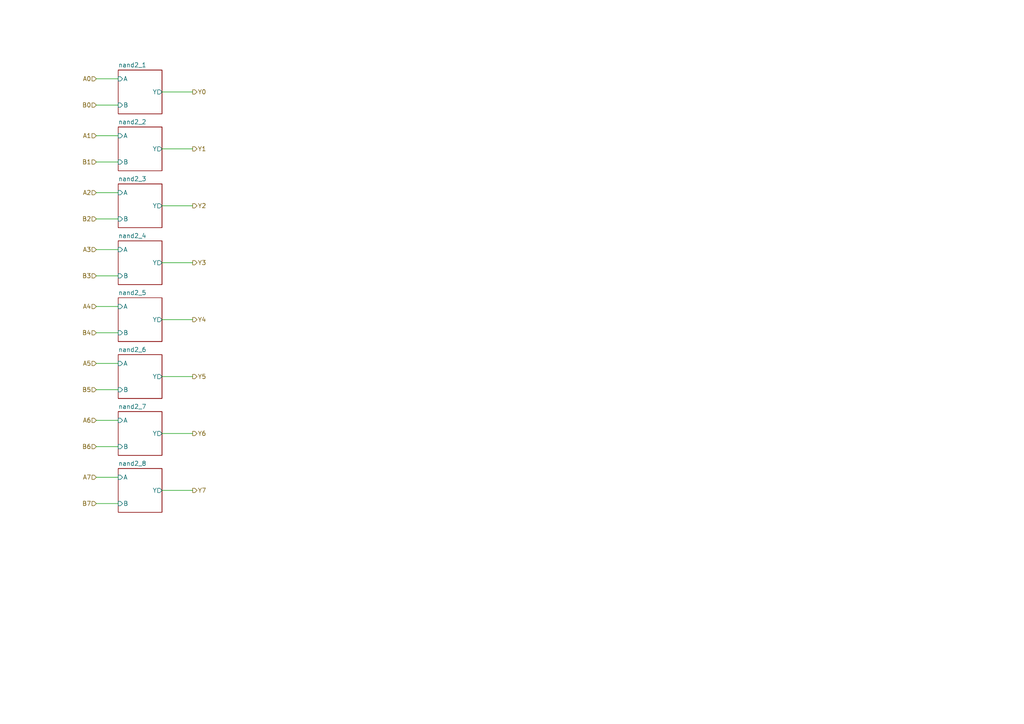
<source format=kicad_sch>
(kicad_sch
	(version 20250114)
	(generator "eeschema")
	(generator_version "9.0")
	(uuid "5db9410b-1a15-448c-89b3-091faadf870e")
	(paper "A4")
	(lib_symbols)
	(wire
		(pts
			(xy 27.94 138.43) (xy 34.29 138.43)
		)
		(stroke
			(width 0)
			(type default)
		)
		(uuid "02d2983c-e922-4455-83fe-747c398a0795")
	)
	(wire
		(pts
			(xy 46.99 59.69) (xy 55.88 59.69)
		)
		(stroke
			(width 0)
			(type default)
		)
		(uuid "0b665e37-0da7-43c6-a46f-104bd03c4187")
	)
	(wire
		(pts
			(xy 27.94 121.92) (xy 34.29 121.92)
		)
		(stroke
			(width 0)
			(type default)
		)
		(uuid "16c82725-d97e-430a-89f9-9dad65175722")
	)
	(wire
		(pts
			(xy 46.99 43.18) (xy 55.88 43.18)
		)
		(stroke
			(width 0)
			(type default)
		)
		(uuid "18cb8046-5dce-4f0c-9ffe-539576a5f210")
	)
	(wire
		(pts
			(xy 27.94 22.86) (xy 34.29 22.86)
		)
		(stroke
			(width 0)
			(type default)
		)
		(uuid "2ba94061-8b06-417c-97ce-9330b15dbdbb")
	)
	(wire
		(pts
			(xy 27.94 63.5) (xy 34.29 63.5)
		)
		(stroke
			(width 0)
			(type default)
		)
		(uuid "2ed1512e-9963-4a83-b7bd-bc383d4d9de2")
	)
	(wire
		(pts
			(xy 46.99 142.24) (xy 55.88 142.24)
		)
		(stroke
			(width 0)
			(type default)
		)
		(uuid "348b962e-acd8-4fef-80e6-fac7f82ac39f")
	)
	(wire
		(pts
			(xy 27.94 30.48) (xy 34.29 30.48)
		)
		(stroke
			(width 0)
			(type default)
		)
		(uuid "351e0ee0-883e-4517-9f64-e5f63032edcc")
	)
	(wire
		(pts
			(xy 46.99 92.71) (xy 55.88 92.71)
		)
		(stroke
			(width 0)
			(type default)
		)
		(uuid "3d949a67-fc2c-4535-9e51-054ab406cc19")
	)
	(wire
		(pts
			(xy 27.94 72.39) (xy 34.29 72.39)
		)
		(stroke
			(width 0)
			(type default)
		)
		(uuid "4e92d2cd-c75b-4d11-89f6-00760b2addc0")
	)
	(wire
		(pts
			(xy 46.99 26.67) (xy 55.88 26.67)
		)
		(stroke
			(width 0)
			(type default)
		)
		(uuid "66b8bc3d-d3e9-4208-8701-263961d97962")
	)
	(wire
		(pts
			(xy 27.94 88.9) (xy 34.29 88.9)
		)
		(stroke
			(width 0)
			(type default)
		)
		(uuid "6bd86118-f3e2-46c2-9c53-0ccdfd382925")
	)
	(wire
		(pts
			(xy 27.94 39.37) (xy 34.29 39.37)
		)
		(stroke
			(width 0)
			(type default)
		)
		(uuid "70d7cbf8-fb62-4c3b-9b59-4329830980f0")
	)
	(wire
		(pts
			(xy 27.94 80.01) (xy 34.29 80.01)
		)
		(stroke
			(width 0)
			(type default)
		)
		(uuid "73833244-a9e6-4835-b956-4d0bc5f8cc8c")
	)
	(wire
		(pts
			(xy 27.94 46.99) (xy 34.29 46.99)
		)
		(stroke
			(width 0)
			(type default)
		)
		(uuid "76f439e2-3130-49e3-8bfc-e2244233955e")
	)
	(wire
		(pts
			(xy 27.94 146.05) (xy 34.29 146.05)
		)
		(stroke
			(width 0)
			(type default)
		)
		(uuid "7782f8bb-8c60-44ac-bb6f-fcf981addd79")
	)
	(wire
		(pts
			(xy 46.99 125.73) (xy 55.88 125.73)
		)
		(stroke
			(width 0)
			(type default)
		)
		(uuid "7a0a526e-8a9a-4703-815a-84d5d88290d2")
	)
	(wire
		(pts
			(xy 46.99 76.2) (xy 55.88 76.2)
		)
		(stroke
			(width 0)
			(type default)
		)
		(uuid "abe24ebb-ae88-40ed-8464-d6ddd0d2296e")
	)
	(wire
		(pts
			(xy 27.94 96.52) (xy 34.29 96.52)
		)
		(stroke
			(width 0)
			(type default)
		)
		(uuid "ac58ba11-3ae0-4166-90de-466c32dd3cd0")
	)
	(wire
		(pts
			(xy 27.94 55.88) (xy 34.29 55.88)
		)
		(stroke
			(width 0)
			(type default)
		)
		(uuid "b66dcdf5-9886-4c94-91db-2c9422dbf042")
	)
	(wire
		(pts
			(xy 46.99 109.22) (xy 55.88 109.22)
		)
		(stroke
			(width 0)
			(type default)
		)
		(uuid "c5ad760b-470d-4d6b-aa1d-388677f08cb7")
	)
	(wire
		(pts
			(xy 27.94 113.03) (xy 34.29 113.03)
		)
		(stroke
			(width 0)
			(type default)
		)
		(uuid "e460ab47-1dc2-4e6a-aa94-d7171856017a")
	)
	(wire
		(pts
			(xy 27.94 105.41) (xy 34.29 105.41)
		)
		(stroke
			(width 0)
			(type default)
		)
		(uuid "e771ef27-e3c1-4073-a61a-3bca5f21fdb3")
	)
	(wire
		(pts
			(xy 27.94 129.54) (xy 34.29 129.54)
		)
		(stroke
			(width 0)
			(type default)
		)
		(uuid "e92fcc34-9504-4f57-9154-4a1bb4fc2c6c")
	)
	(hierarchical_label "Y3"
		(shape output)
		(at 55.88 76.2 0)
		(effects
			(font
				(size 1.27 1.27)
			)
			(justify left)
		)
		(uuid "0908163b-0dc2-4f4b-8daf-4077ce9ee4b1")
	)
	(hierarchical_label "Y0"
		(shape output)
		(at 55.88 26.67 0)
		(effects
			(font
				(size 1.27 1.27)
			)
			(justify left)
		)
		(uuid "0b5eb2fa-1e79-45f3-a6ed-5d559aff5244")
	)
	(hierarchical_label "Y2"
		(shape output)
		(at 55.88 59.69 0)
		(effects
			(font
				(size 1.27 1.27)
			)
			(justify left)
		)
		(uuid "0ed534e3-573e-4b9e-82d5-66bc9b1270a3")
	)
	(hierarchical_label "B0"
		(shape input)
		(at 27.94 30.48 180)
		(effects
			(font
				(size 1.27 1.27)
			)
			(justify right)
		)
		(uuid "2d4e2610-28cf-4ddd-a96d-de125693d814")
	)
	(hierarchical_label "A0"
		(shape input)
		(at 27.94 22.86 180)
		(effects
			(font
				(size 1.27 1.27)
			)
			(justify right)
		)
		(uuid "43da5f4f-5d54-4996-8f4b-fab826b1f0af")
	)
	(hierarchical_label "Y6"
		(shape output)
		(at 55.88 125.73 0)
		(effects
			(font
				(size 1.27 1.27)
			)
			(justify left)
		)
		(uuid "45c80220-abe1-48aa-9068-c30dccef9943")
	)
	(hierarchical_label "Y4"
		(shape output)
		(at 55.88 92.71 0)
		(effects
			(font
				(size 1.27 1.27)
			)
			(justify left)
		)
		(uuid "471d611a-1478-45dc-a1f1-e2a3cb49981f")
	)
	(hierarchical_label "B4"
		(shape input)
		(at 27.94 96.52 180)
		(effects
			(font
				(size 1.27 1.27)
			)
			(justify right)
		)
		(uuid "50526c22-42dc-421f-81fa-693ac496c532")
	)
	(hierarchical_label "B5"
		(shape input)
		(at 27.94 113.03 180)
		(effects
			(font
				(size 1.27 1.27)
			)
			(justify right)
		)
		(uuid "615fb6bc-ddc9-4c6b-9e79-22598fe469d6")
	)
	(hierarchical_label "B2"
		(shape input)
		(at 27.94 63.5 180)
		(effects
			(font
				(size 1.27 1.27)
			)
			(justify right)
		)
		(uuid "64d0adfa-8415-4533-97bb-df75f3d424b9")
	)
	(hierarchical_label "A6"
		(shape input)
		(at 27.94 121.92 180)
		(effects
			(font
				(size 1.27 1.27)
			)
			(justify right)
		)
		(uuid "75b2da3c-2e5d-4ec1-ac4a-b4deeec5263e")
	)
	(hierarchical_label "A7"
		(shape input)
		(at 27.94 138.43 180)
		(effects
			(font
				(size 1.27 1.27)
			)
			(justify right)
		)
		(uuid "794413fe-f576-4f9b-bfbc-9b0b7175eb1c")
	)
	(hierarchical_label "B1"
		(shape input)
		(at 27.94 46.99 180)
		(effects
			(font
				(size 1.27 1.27)
			)
			(justify right)
		)
		(uuid "8580a3b4-2513-4e0a-b82f-0adc929d844b")
	)
	(hierarchical_label "B3"
		(shape input)
		(at 27.94 80.01 180)
		(effects
			(font
				(size 1.27 1.27)
			)
			(justify right)
		)
		(uuid "8f93499b-8b90-42cd-9c00-70881666e39d")
	)
	(hierarchical_label "Y1"
		(shape output)
		(at 55.88 43.18 0)
		(effects
			(font
				(size 1.27 1.27)
			)
			(justify left)
		)
		(uuid "a31186c9-0335-4bed-93a3-17e35fc8843c")
	)
	(hierarchical_label "A4"
		(shape input)
		(at 27.94 88.9 180)
		(effects
			(font
				(size 1.27 1.27)
			)
			(justify right)
		)
		(uuid "b7349e4c-f35c-49c2-9456-77a005ba8aab")
	)
	(hierarchical_label "B7"
		(shape input)
		(at 27.94 146.05 180)
		(effects
			(font
				(size 1.27 1.27)
			)
			(justify right)
		)
		(uuid "bf6ae12a-3388-4d8c-85e3-45f674e87824")
	)
	(hierarchical_label "B6"
		(shape input)
		(at 27.94 129.54 180)
		(effects
			(font
				(size 1.27 1.27)
			)
			(justify right)
		)
		(uuid "c76190fa-5560-4795-83ba-f702dbb3651f")
	)
	(hierarchical_label "A1"
		(shape input)
		(at 27.94 39.37 180)
		(effects
			(font
				(size 1.27 1.27)
			)
			(justify right)
		)
		(uuid "cb60e99c-a59d-4b8b-806e-b8bd22fc296d")
	)
	(hierarchical_label "A2"
		(shape input)
		(at 27.94 55.88 180)
		(effects
			(font
				(size 1.27 1.27)
			)
			(justify right)
		)
		(uuid "d599cd42-4f7e-4e1b-bfd7-a6aaac81ac92")
	)
	(hierarchical_label "A5"
		(shape input)
		(at 27.94 105.41 180)
		(effects
			(font
				(size 1.27 1.27)
			)
			(justify right)
		)
		(uuid "dd5bb9c6-1eb8-4097-9b91-f8110341f1f7")
	)
	(hierarchical_label "Y7"
		(shape output)
		(at 55.88 142.24 0)
		(effects
			(font
				(size 1.27 1.27)
			)
			(justify left)
		)
		(uuid "e1ec2186-39c5-41fb-8717-ce28de6e77eb")
	)
	(hierarchical_label "A3"
		(shape input)
		(at 27.94 72.39 180)
		(effects
			(font
				(size 1.27 1.27)
			)
			(justify right)
		)
		(uuid "e59a9a0d-efc4-4a4d-815a-907934f51ccb")
	)
	(hierarchical_label "Y5"
		(shape output)
		(at 55.88 109.22 0)
		(effects
			(font
				(size 1.27 1.27)
			)
			(justify left)
		)
		(uuid "ff4f8f35-35ef-42bd-ac2e-8853f73e8ec6")
	)
	(sheet
		(at 34.29 119.38)
		(size 12.7 12.7)
		(exclude_from_sim no)
		(in_bom yes)
		(on_board yes)
		(dnp no)
		(fields_autoplaced yes)
		(stroke
			(width 0.1524)
			(type solid)
		)
		(fill
			(color 0 0 0 0.0000)
		)
		(uuid "01f451e1-a98e-4c7e-accc-ae5516a57e35")
		(property "Sheetname" "nand2_7"
			(at 34.29 118.6684 0)
			(effects
				(font
					(size 1.27 1.27)
				)
				(justify left bottom)
			)
		)
		(property "Sheetfile" "../gate_nand_2in/gate_nand_2in.kicad_sch"
			(at 34.29 132.6646 0)
			(effects
				(font
					(size 1.27 1.27)
				)
				(justify left top)
				(hide yes)
			)
		)
		(pin "A" input
			(at 34.29 121.92 180)
			(uuid "5556916a-6b75-4277-946c-422ebf2e5aa8")
			(effects
				(font
					(size 1.27 1.27)
				)
				(justify left)
			)
		)
		(pin "B" input
			(at 34.29 129.54 180)
			(uuid "f0c64512-cd1d-46e7-b050-e37b34a53fb2")
			(effects
				(font
					(size 1.27 1.27)
				)
				(justify left)
			)
		)
		(pin "Y" output
			(at 46.99 125.73 0)
			(uuid "458166fb-754b-46aa-8a85-637b6598f781")
			(effects
				(font
					(size 1.27 1.27)
				)
				(justify right)
			)
		)
		(instances
			(project "gate_nand_2in_8bit"
				(path "/5db9410b-1a15-448c-89b3-091faadf870e"
					(page "7")
				)
			)
			(project ""
				(path "/30f0feea-95cb-4a2f-aac1-eea6203246c2/3114c630-b5bb-4706-a171-8ab374ad8acb"
					(page "")
				)
			)
			(project "alu"
				(path "/ccba897c-0afe-4800-bf6c-6f198831a830/30f0feea-95cb-4a2f-aac1-eea6203246c2/3114c630-b5bb-4706-a171-8ab374ad8acb"
					(page "29")
				)
			)
		)
	)
	(sheet
		(at 34.29 36.83)
		(size 12.7 12.7)
		(exclude_from_sim no)
		(in_bom yes)
		(on_board yes)
		(dnp no)
		(fields_autoplaced yes)
		(stroke
			(width 0.1524)
			(type solid)
		)
		(fill
			(color 0 0 0 0.0000)
		)
		(uuid "09b48fca-fdde-402a-bb06-0f8b022e834f")
		(property "Sheetname" "nand2_2"
			(at 34.29 36.1184 0)
			(effects
				(font
					(size 1.27 1.27)
				)
				(justify left bottom)
			)
		)
		(property "Sheetfile" "../gate_nand_2in/gate_nand_2in.kicad_sch"
			(at 34.29 50.1146 0)
			(effects
				(font
					(size 1.27 1.27)
				)
				(justify left top)
				(hide yes)
			)
		)
		(pin "A" input
			(at 34.29 39.37 180)
			(uuid "d823d14e-0eec-45ec-bb8b-2c5eac283376")
			(effects
				(font
					(size 1.27 1.27)
				)
				(justify left)
			)
		)
		(pin "B" input
			(at 34.29 46.99 180)
			(uuid "ecdf8020-bc92-49a7-910c-6541b5d35d43")
			(effects
				(font
					(size 1.27 1.27)
				)
				(justify left)
			)
		)
		(pin "Y" output
			(at 46.99 43.18 0)
			(uuid "432c1c4e-50e7-4c86-906c-c23005926d05")
			(effects
				(font
					(size 1.27 1.27)
				)
				(justify right)
			)
		)
		(instances
			(project "gate_nand_2in_8bit"
				(path "/5db9410b-1a15-448c-89b3-091faadf870e"
					(page "1")
				)
			)
			(project ""
				(path "/30f0feea-95cb-4a2f-aac1-eea6203246c2/3114c630-b5bb-4706-a171-8ab374ad8acb"
					(page "")
				)
			)
			(project "alu"
				(path "/ccba897c-0afe-4800-bf6c-6f198831a830/30f0feea-95cb-4a2f-aac1-eea6203246c2/3114c630-b5bb-4706-a171-8ab374ad8acb"
					(page "24")
				)
			)
		)
	)
	(sheet
		(at 34.29 86.36)
		(size 12.7 12.7)
		(exclude_from_sim no)
		(in_bom yes)
		(on_board yes)
		(dnp no)
		(fields_autoplaced yes)
		(stroke
			(width 0.1524)
			(type solid)
		)
		(fill
			(color 0 0 0 0.0000)
		)
		(uuid "61462911-f96b-4875-9256-4a008e5857bb")
		(property "Sheetname" "nand2_5"
			(at 34.29 85.6484 0)
			(effects
				(font
					(size 1.27 1.27)
				)
				(justify left bottom)
			)
		)
		(property "Sheetfile" "../gate_nand_2in/gate_nand_2in.kicad_sch"
			(at 34.29 99.6446 0)
			(effects
				(font
					(size 1.27 1.27)
				)
				(justify left top)
				(hide yes)
			)
		)
		(pin "A" input
			(at 34.29 88.9 180)
			(uuid "cb5d2624-d088-4d09-8e85-4b3cc344a0e7")
			(effects
				(font
					(size 1.27 1.27)
				)
				(justify left)
			)
		)
		(pin "B" input
			(at 34.29 96.52 180)
			(uuid "30187ae6-f2b0-4274-94ae-c3777a6a7c62")
			(effects
				(font
					(size 1.27 1.27)
				)
				(justify left)
			)
		)
		(pin "Y" output
			(at 46.99 92.71 0)
			(uuid "0676d50c-0c6c-4e09-870c-dd07fd71606a")
			(effects
				(font
					(size 1.27 1.27)
				)
				(justify right)
			)
		)
		(instances
			(project "gate_nand_2in_8bit"
				(path "/5db9410b-1a15-448c-89b3-091faadf870e"
					(page "5")
				)
			)
			(project ""
				(path "/30f0feea-95cb-4a2f-aac1-eea6203246c2/3114c630-b5bb-4706-a171-8ab374ad8acb"
					(page "")
				)
			)
			(project "alu"
				(path "/ccba897c-0afe-4800-bf6c-6f198831a830/30f0feea-95cb-4a2f-aac1-eea6203246c2/3114c630-b5bb-4706-a171-8ab374ad8acb"
					(page "27")
				)
			)
		)
	)
	(sheet
		(at 34.29 102.87)
		(size 12.7 12.7)
		(exclude_from_sim no)
		(in_bom yes)
		(on_board yes)
		(dnp no)
		(fields_autoplaced yes)
		(stroke
			(width 0.1524)
			(type solid)
		)
		(fill
			(color 0 0 0 0.0000)
		)
		(uuid "7a97d47b-42ab-434a-ad37-c75c7ad313f5")
		(property "Sheetname" "nand2_6"
			(at 34.29 102.1584 0)
			(effects
				(font
					(size 1.27 1.27)
				)
				(justify left bottom)
			)
		)
		(property "Sheetfile" "../gate_nand_2in/gate_nand_2in.kicad_sch"
			(at 34.29 116.1546 0)
			(effects
				(font
					(size 1.27 1.27)
				)
				(justify left top)
				(hide yes)
			)
		)
		(pin "A" input
			(at 34.29 105.41 180)
			(uuid "95c2e829-5983-447e-bf52-a8f206c5d8fd")
			(effects
				(font
					(size 1.27 1.27)
				)
				(justify left)
			)
		)
		(pin "B" input
			(at 34.29 113.03 180)
			(uuid "dd2bb459-32f5-44c0-89b0-dbac5678db0d")
			(effects
				(font
					(size 1.27 1.27)
				)
				(justify left)
			)
		)
		(pin "Y" output
			(at 46.99 109.22 0)
			(uuid "a09f6a99-b0fb-4060-9b0e-2920e91e4ea4")
			(effects
				(font
					(size 1.27 1.27)
				)
				(justify right)
			)
		)
		(instances
			(project "gate_nand_2in_8bit"
				(path "/5db9410b-1a15-448c-89b3-091faadf870e"
					(page "6")
				)
			)
			(project ""
				(path "/30f0feea-95cb-4a2f-aac1-eea6203246c2/3114c630-b5bb-4706-a171-8ab374ad8acb"
					(page "")
				)
			)
			(project "alu"
				(path "/ccba897c-0afe-4800-bf6c-6f198831a830/30f0feea-95cb-4a2f-aac1-eea6203246c2/3114c630-b5bb-4706-a171-8ab374ad8acb"
					(page "28")
				)
			)
		)
	)
	(sheet
		(at 34.29 135.89)
		(size 12.7 12.7)
		(exclude_from_sim no)
		(in_bom yes)
		(on_board yes)
		(dnp no)
		(fields_autoplaced yes)
		(stroke
			(width 0.1524)
			(type solid)
		)
		(fill
			(color 0 0 0 0.0000)
		)
		(uuid "a676fa3e-1961-459a-93a5-cebadcbabbd8")
		(property "Sheetname" "nand2_8"
			(at 34.29 135.1784 0)
			(effects
				(font
					(size 1.27 1.27)
				)
				(justify left bottom)
			)
		)
		(property "Sheetfile" "../gate_nand_2in/gate_nand_2in.kicad_sch"
			(at 34.29 149.1746 0)
			(effects
				(font
					(size 1.27 1.27)
				)
				(justify left top)
				(hide yes)
			)
		)
		(pin "A" input
			(at 34.29 138.43 180)
			(uuid "074a50f3-aeba-4d16-a24c-1d375cd8a0ec")
			(effects
				(font
					(size 1.27 1.27)
				)
				(justify left)
			)
		)
		(pin "B" input
			(at 34.29 146.05 180)
			(uuid "e4a19157-7e26-468d-a681-e65e07a65794")
			(effects
				(font
					(size 1.27 1.27)
				)
				(justify left)
			)
		)
		(pin "Y" output
			(at 46.99 142.24 0)
			(uuid "d7e6aa65-45d9-4679-9123-3e1db1ad1d86")
			(effects
				(font
					(size 1.27 1.27)
				)
				(justify right)
			)
		)
		(instances
			(project "gate_nand_2in_8bit"
				(path "/5db9410b-1a15-448c-89b3-091faadf870e"
					(page "8")
				)
			)
			(project ""
				(path "/30f0feea-95cb-4a2f-aac1-eea6203246c2/3114c630-b5bb-4706-a171-8ab374ad8acb"
					(page "")
				)
			)
			(project "alu"
				(path "/ccba897c-0afe-4800-bf6c-6f198831a830/30f0feea-95cb-4a2f-aac1-eea6203246c2/3114c630-b5bb-4706-a171-8ab374ad8acb"
					(page "30")
				)
			)
		)
	)
	(sheet
		(at 34.29 69.85)
		(size 12.7 12.7)
		(exclude_from_sim no)
		(in_bom yes)
		(on_board yes)
		(dnp no)
		(fields_autoplaced yes)
		(stroke
			(width 0.1524)
			(type solid)
		)
		(fill
			(color 0 0 0 0.0000)
		)
		(uuid "d3d2e7b7-181e-4283-9155-9ccd5031cb23")
		(property "Sheetname" "nand2_4"
			(at 34.29 69.1384 0)
			(effects
				(font
					(size 1.27 1.27)
				)
				(justify left bottom)
			)
		)
		(property "Sheetfile" "../gate_nand_2in/gate_nand_2in.kicad_sch"
			(at 34.29 83.1346 0)
			(effects
				(font
					(size 1.27 1.27)
				)
				(justify left top)
				(hide yes)
			)
		)
		(pin "A" input
			(at 34.29 72.39 180)
			(uuid "41a2cb49-2669-4038-a9d9-2209a5fd0b50")
			(effects
				(font
					(size 1.27 1.27)
				)
				(justify left)
			)
		)
		(pin "B" input
			(at 34.29 80.01 180)
			(uuid "2169cf61-4612-4f02-bce5-f15e4a182c86")
			(effects
				(font
					(size 1.27 1.27)
				)
				(justify left)
			)
		)
		(pin "Y" output
			(at 46.99 76.2 0)
			(uuid "7ee89be6-afd4-4abe-8d52-aecce0b40de1")
			(effects
				(font
					(size 1.27 1.27)
				)
				(justify right)
			)
		)
		(instances
			(project "gate_nand_2in_8bit"
				(path "/5db9410b-1a15-448c-89b3-091faadf870e"
					(page "4")
				)
			)
			(project ""
				(path "/30f0feea-95cb-4a2f-aac1-eea6203246c2/3114c630-b5bb-4706-a171-8ab374ad8acb"
					(page "")
				)
			)
			(project "alu"
				(path "/ccba897c-0afe-4800-bf6c-6f198831a830/30f0feea-95cb-4a2f-aac1-eea6203246c2/3114c630-b5bb-4706-a171-8ab374ad8acb"
					(page "26")
				)
			)
		)
	)
	(sheet
		(at 34.29 53.34)
		(size 12.7 12.7)
		(exclude_from_sim no)
		(in_bom yes)
		(on_board yes)
		(dnp no)
		(fields_autoplaced yes)
		(stroke
			(width 0.1524)
			(type solid)
		)
		(fill
			(color 0 0 0 0.0000)
		)
		(uuid "f85fda14-81e7-4a48-b3da-9aa240618a01")
		(property "Sheetname" "nand2_3"
			(at 34.29 52.6284 0)
			(effects
				(font
					(size 1.27 1.27)
				)
				(justify left bottom)
			)
		)
		(property "Sheetfile" "../gate_nand_2in/gate_nand_2in.kicad_sch"
			(at 34.29 66.6246 0)
			(effects
				(font
					(size 1.27 1.27)
				)
				(justify left top)
				(hide yes)
			)
		)
		(pin "A" input
			(at 34.29 55.88 180)
			(uuid "229ca883-ca62-4d8b-bf1b-7b1e8d4cdae2")
			(effects
				(font
					(size 1.27 1.27)
				)
				(justify left)
			)
		)
		(pin "B" input
			(at 34.29 63.5 180)
			(uuid "6d07d2ad-9b82-412d-81c0-3dd847f53046")
			(effects
				(font
					(size 1.27 1.27)
				)
				(justify left)
			)
		)
		(pin "Y" output
			(at 46.99 59.69 0)
			(uuid "b4d821a5-bfcd-4dbc-9489-270393b23156")
			(effects
				(font
					(size 1.27 1.27)
				)
				(justify right)
			)
		)
		(instances
			(project "gate_nand_2in_8bit"
				(path "/5db9410b-1a15-448c-89b3-091faadf870e"
					(page "3")
				)
			)
			(project ""
				(path "/30f0feea-95cb-4a2f-aac1-eea6203246c2/3114c630-b5bb-4706-a171-8ab374ad8acb"
					(page "")
				)
			)
			(project "alu"
				(path "/ccba897c-0afe-4800-bf6c-6f198831a830/30f0feea-95cb-4a2f-aac1-eea6203246c2/3114c630-b5bb-4706-a171-8ab374ad8acb"
					(page "25")
				)
			)
		)
	)
	(sheet
		(at 34.29 20.32)
		(size 12.7 12.7)
		(exclude_from_sim no)
		(in_bom yes)
		(on_board yes)
		(dnp no)
		(fields_autoplaced yes)
		(stroke
			(width 0.1524)
			(type solid)
		)
		(fill
			(color 0 0 0 0.0000)
		)
		(uuid "f9d26739-9b51-46ad-8305-9b6765acc4c6")
		(property "Sheetname" "nand2_1"
			(at 34.29 19.6084 0)
			(effects
				(font
					(size 1.27 1.27)
				)
				(justify left bottom)
			)
		)
		(property "Sheetfile" "../gate_nand_2in/gate_nand_2in.kicad_sch"
			(at 34.29 33.6046 0)
			(effects
				(font
					(size 1.27 1.27)
				)
				(justify left top)
				(hide yes)
			)
		)
		(pin "A" input
			(at 34.29 22.86 180)
			(uuid "58c428fe-eb4c-4442-aacb-64367cfbeb67")
			(effects
				(font
					(size 1.27 1.27)
				)
				(justify left)
			)
		)
		(pin "B" input
			(at 34.29 30.48 180)
			(uuid "57f75efa-8b4f-4f81-9f44-c613c8001761")
			(effects
				(font
					(size 1.27 1.27)
				)
				(justify left)
			)
		)
		(pin "Y" output
			(at 46.99 26.67 0)
			(uuid "c05786bb-10fe-4529-b347-1ff5e7847808")
			(effects
				(font
					(size 1.27 1.27)
				)
				(justify right)
			)
		)
		(instances
			(project "gate_nand_2in_8bit"
				(path "/5db9410b-1a15-448c-89b3-091faadf870e"
					(page "2")
				)
			)
			(project ""
				(path "/3114c630-b5bb-4706-a171-8ab374ad8acb"
					(page "#")
				)
			)
			(project "main_logic"
				(path "/9c59990f-2fe5-4da7-bc07-d03b445b1465/3114c630-b5bb-4706-a171-8ab374ad8acb"
					(page "2")
				)
			)
			(project ""
				(path "/30f0feea-95cb-4a2f-aac1-eea6203246c2/3114c630-b5bb-4706-a171-8ab374ad8acb"
					(page "")
				)
			)
			(project "alu"
				(path "/ccba897c-0afe-4800-bf6c-6f198831a830/30f0feea-95cb-4a2f-aac1-eea6203246c2/3114c630-b5bb-4706-a171-8ab374ad8acb"
					(page "23")
				)
			)
		)
	)
)

</source>
